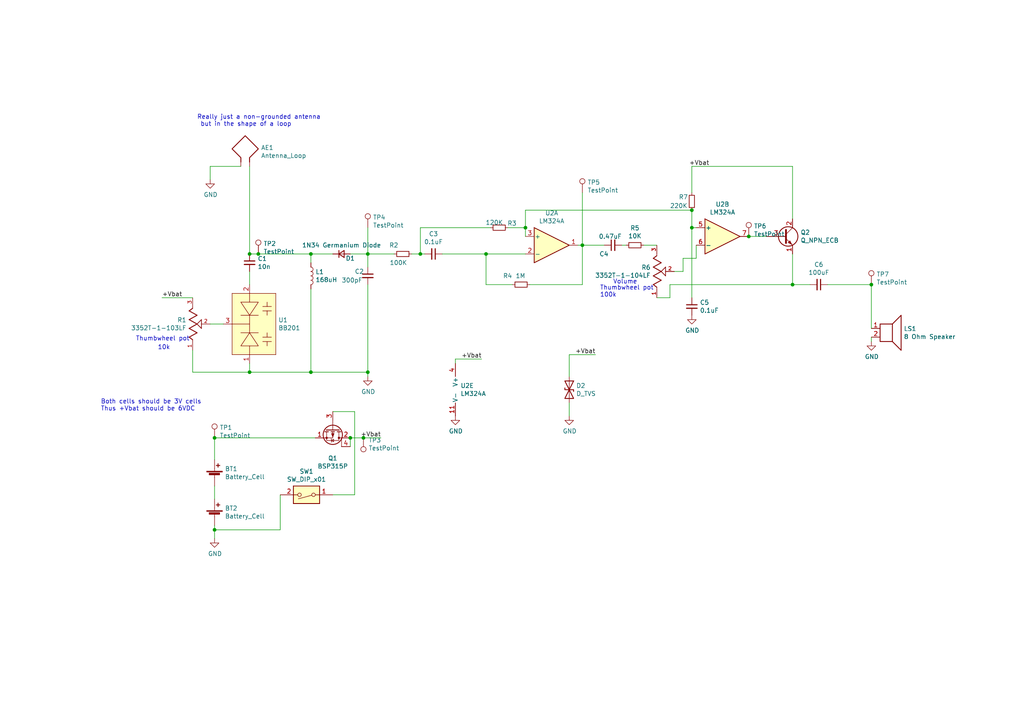
<source format=kicad_sch>
(kicad_sch (version 20211123) (generator eeschema)
  (paper "A4")
  (lib_symbols
    (symbol "3352T-1-103LF:3352T-1-103LF" (pin_names (offset 1.016) hide)
      (property "Reference" "R" (at -5.08 5.08 0))
      (property "Value" "3352T-1-103LF" (at -5.08 2.54 0))
      (symbol "3352T-1-103LF_0_0"
        (polyline (pts (xy -5.08 0) (xy -4.572 0)) (stroke (width 0.1524)))
        (polyline (pts (xy -4.572 0) (xy -3.81 1.016)) (stroke (width 0.254)))
        (polyline (pts (xy -3.81 1.016) (xy -2.54 -1.27)) (stroke (width 0.254)))
        (polyline (pts (xy -2.54 -1.27) (xy -1.27 1.016)) (stroke (width 0.254)))
        (polyline (pts (xy -1.27 -2.54) (xy 0 -1.27)) (stroke (width 0.2032)))
        (polyline (pts (xy -1.27 1.016) (xy 0 -1.27)) (stroke (width 0.254)))
        (polyline (pts (xy 0 -1.27) (xy 1.27 -2.54)) (stroke (width 0.2032)))
        (polyline (pts (xy 0 -1.27) (xy 1.27 1.016)) (stroke (width 0.254)))
        (polyline (pts (xy 1.27 -2.54) (xy -1.27 -2.54)) (stroke (width 0.2032)))
        (polyline (pts (xy 1.27 1.016) (xy 2.54 -1.27)) (stroke (width 0.254)))
        (polyline (pts (xy 2.54 -1.27) (xy 3.81 1.016)) (stroke (width 0.254)))
        (polyline (pts (xy 3.81 1.016) (xy 4.572 0)) (stroke (width 0.254)))
        (polyline (pts (xy 4.572 0) (xy 5.08 0)) (stroke (width 0.1524)))
        (pin passive line (at -7.62 0 0) (length 2.54) (name "~") (number "1"))
        (pin passive line (at 0 -5.08 90) (length 2.54) (name "~") (number "2"))
        (pin passive line (at 7.62 0 180) (length 2.54) (name "~") (number "3"))
      )
    )
    (symbol "Amplifier_Operational:LM324A" (pin_names (offset 0.127))
      (property "Reference" "U" (at 0 5.08 0))
      (property "Value" "LM324A" (at 0 -5.08 0))
      (symbol "LM324A_1_1"
        (polyline (pts (xy -5.08 5.08) (xy 5.08 0) (xy -5.08 -5.08) (xy -5.08 5.08)) (stroke (width 0.254)) (fill (type background)))
        (pin output line (at 7.62 0 180) (length 2.54) (name "~") (number "1"))
        (pin input line (at -7.62 -2.54 0) (length 2.54) (name "-") (number "2"))
        (pin input line (at -7.62 2.54 0) (length 2.54) (name "+") (number "3"))
      )
      (symbol "LM324A_2_1"
        (polyline (pts (xy -5.08 5.08) (xy 5.08 0) (xy -5.08 -5.08) (xy -5.08 5.08)) (stroke (width 0.254)) (fill (type background)))
        (pin input line (at -7.62 2.54 0) (length 2.54) (name "+") (number "5"))
        (pin input line (at -7.62 -2.54 0) (length 2.54) (name "-") (number "6"))
        (pin output line (at 7.62 0 180) (length 2.54) (name "~") (number "7"))
      )
      (symbol "LM324A_3_1"
        (polyline (pts (xy -5.08 5.08) (xy 5.08 0) (xy -5.08 -5.08) (xy -5.08 5.08)) (stroke (width 0.254)) (fill (type background)))
        (pin input line (at -7.62 2.54 0) (length 2.54) (name "+") (number "10"))
        (pin output line (at 7.62 0 180) (length 2.54) (name "~") (number "8"))
        (pin input line (at -7.62 -2.54 0) (length 2.54) (name "-") (number "9"))
      )
      (symbol "LM324A_4_1"
        (polyline (pts (xy -5.08 5.08) (xy 5.08 0) (xy -5.08 -5.08) (xy -5.08 5.08)) (stroke (width 0.254)) (fill (type background)))
        (pin input line (at -7.62 2.54 0) (length 2.54) (name "+") (number "12"))
        (pin input line (at -7.62 -2.54 0) (length 2.54) (name "-") (number "13"))
        (pin output line (at 7.62 0 180) (length 2.54) (name "~") (number "14"))
      )
      (symbol "LM324A_5_1"
        (pin power_in line (at -2.54 -7.62 90) (length 3.81) (name "V-") (number "11"))
        (pin power_in line (at -2.54 7.62 270) (length 3.81) (name "V+") (number "4"))
      )
    )
    (symbol "Connector:TestPoint" (pin_numbers hide) (pin_names (offset 0.762) hide)
      (property "Reference" "TP" (at 0 6.858 0))
      (property "Value" "TestPoint" (at 0 5.08 0))
      (symbol "TestPoint_0_1"
        (circle (center 0 3.302) (radius 0.762))
      )
      (symbol "TestPoint_1_1"
        (pin passive line (at 0 0 90) (length 2.54) (name "1") (number "1"))
      )
    )
    (symbol "Device:Antenna_Loop" (pin_numbers hide) (pin_names (offset 1.016) hide)
      (property "Reference" "AE" (at 1.27 6.35 0))
      (property "Value" "Antenna_Loop" (at 1.27 5.08 0))
      (symbol "Antenna_Loop_0_1"
        (polyline (pts (xy 2.54 -3.81) (xy 2.54 -2.54) (xy 5.08 0) (xy 1.27 3.81) (xy -2.54 0) (xy 0 -2.54) (xy 0 -3.81)) (stroke (width 0.254)))
      )
      (symbol "Antenna_Loop_1_1"
        (pin input line (at 0 -5.08 90) (length 2.54) (name "~") (number "1"))
        (pin input line (at 2.54 -5.08 90) (length 2.54) (name "~") (number "2"))
      )
    )
    (symbol "Device:Battery_Cell" (pin_numbers hide) (pin_names (offset 0) hide)
      (property "Reference" "BT" (at 2.54 2.54 0))
      (property "Value" "Battery_Cell" (at 2.54 0 0))
      (symbol "Battery_Cell_0_1"
        (rectangle (start -2.286 1.778) (end 2.286 1.524) (fill (type outline)))
        (rectangle (start -1.5748 1.1938) (end 1.4732 0.6858) (fill (type outline)))
        (polyline (pts (xy 0 0.762) (xy 0 0)))
        (polyline (pts (xy 0 1.778) (xy 0 2.54)))
        (polyline (pts (xy 0.508 3.429) (xy 1.524 3.429)) (stroke (width 0.254)))
        (polyline (pts (xy 1.016 3.937) (xy 1.016 2.921)) (stroke (width 0.254)))
      )
      (symbol "Battery_Cell_1_1"
        (pin passive line (at 0 5.08 270) (length 2.54) (name "+") (number "1"))
        (pin passive line (at 0 -2.54 90) (length 2.54) (name "-") (number "2"))
      )
    )
    (symbol "Device:C_Small" (pin_numbers hide) (pin_names (offset 0.254) hide)
      (property "Reference" "C" (at 0.254 1.778 0))
      (property "Value" "C_Small" (at 0.254 -2.032 0))
      (symbol "C_Small_0_1"
        (polyline (pts (xy -1.524 -0.508) (xy 1.524 -0.508)) (stroke (width 0.3302)))
        (polyline (pts (xy -1.524 0.508) (xy 1.524 0.508)) (stroke (width 0.3048)))
      )
      (symbol "C_Small_1_1"
        (pin passive line (at 0 2.54 270) (length 2.032) (name "~") (number "1"))
        (pin passive line (at 0 -2.54 90) (length 2.032) (name "~") (number "2"))
      )
    )
    (symbol "Device:D_Small" (pin_numbers hide) (pin_names (offset 0.254) hide)
      (property "Reference" "D" (at -1.27 2.032 0))
      (property "Value" "D_Small" (at -3.81 -2.032 0))
      (symbol "D_Small_0_1"
        (polyline (pts (xy -0.762 -1.016) (xy -0.762 1.016)) (stroke (width 0.254)))
        (polyline (pts (xy -0.762 0) (xy 0.762 0)))
        (polyline (pts (xy 0.762 -1.016) (xy -0.762 0) (xy 0.762 1.016) (xy 0.762 -1.016)) (stroke (width 0.254)))
      )
      (symbol "D_Small_1_1"
        (pin passive line (at -2.54 0 0) (length 1.778) (name "K") (number "1"))
        (pin passive line (at 2.54 0 180) (length 1.778) (name "A") (number "2"))
      )
    )
    (symbol "Device:D_TVS" (pin_numbers hide) (pin_names (offset 1.016) hide)
      (property "Reference" "D" (at 0 2.54 0))
      (property "Value" "D_TVS" (at 0 -2.54 0))
      (symbol "D_TVS_0_1"
        (polyline (pts (xy 1.27 0) (xy -1.27 0)))
        (polyline (pts (xy 0.508 1.27) (xy 0 1.27) (xy 0 -1.27) (xy -0.508 -1.27)) (stroke (width 0.254)))
        (polyline (pts (xy -2.54 1.27) (xy -2.54 -1.27) (xy 2.54 1.27) (xy 2.54 -1.27) (xy -2.54 1.27)) (stroke (width 0.254)))
      )
      (symbol "D_TVS_1_1"
        (pin passive line (at -3.81 0 0) (length 2.54) (name "A1") (number "1"))
        (pin passive line (at 3.81 0 180) (length 2.54) (name "A2") (number "2"))
      )
    )
    (symbol "Device:L" (pin_numbers hide) (pin_names (offset 1.016) hide)
      (property "Reference" "L" (at -1.27 0 90))
      (property "Value" "L" (at 1.905 0 90))
      (symbol "L_0_1"
        (arc (start 0 -2.54) (mid 0.635 -1.905) (end 0 -1.27))
        (arc (start 0 -1.27) (mid 0.635 -0.635) (end 0 0))
        (arc (start 0 0) (mid 0.635 0.635) (end 0 1.27))
        (arc (start 0 1.27) (mid 0.635 1.905) (end 0 2.54))
      )
      (symbol "L_1_1"
        (pin passive line (at 0 3.81 270) (length 1.27) (name "1") (number "1"))
        (pin passive line (at 0 -3.81 90) (length 1.27) (name "2") (number "2"))
      )
    )
    (symbol "Device:Q_NPN_ECB" (pin_names (offset 0) hide)
      (property "Reference" "Q" (at 5.08 1.27 0))
      (property "Value" "Q_NPN_ECB" (at 5.08 -1.27 0))
      (symbol "Q_NPN_ECB_0_1"
        (polyline (pts (xy 0.635 0.635) (xy 2.54 2.54)))
        (polyline (pts (xy 0.635 -0.635) (xy 2.54 -2.54) (xy 2.54 -2.54)))
        (polyline (pts (xy 0.635 1.905) (xy 0.635 -1.905) (xy 0.635 -1.905)) (stroke (width 0.508)))
        (polyline (pts (xy 1.27 -1.778) (xy 1.778 -1.27) (xy 2.286 -2.286) (xy 1.27 -1.778) (xy 1.27 -1.778)) (fill (type outline)))
        (circle (center 1.27 0) (radius 2.8194) (stroke (width 0.254)))
      )
      (symbol "Q_NPN_ECB_1_1"
        (pin passive line (at 2.54 -5.08 90) (length 2.54) (name "E") (number "1"))
        (pin passive line (at 2.54 5.08 270) (length 2.54) (name "C") (number "2"))
        (pin passive line (at -5.08 0 0) (length 5.715) (name "B") (number "3"))
      )
    )
    (symbol "Device:Q_PMOS_SDGD" (pin_names (offset 0) hide)
      (property "Reference" "Q" (at 5.08 1.27 0))
      (property "Value" "Q_PMOS_SDGD" (at 5.08 -1.27 0))
      (symbol "Q_PMOS_SDGD_0_1"
        (polyline (pts (xy 0.254 0) (xy -2.54 0)))
        (polyline (pts (xy 0.254 1.905) (xy 0.254 -1.905)) (stroke (width 0.254)))
        (polyline (pts (xy 0.762 -1.27) (xy 0.762 -2.286)) (stroke (width 0.254)))
        (polyline (pts (xy 0.762 0.508) (xy 0.762 -0.508)) (stroke (width 0.254)))
        (polyline (pts (xy 0.762 2.286) (xy 0.762 1.27)) (stroke (width 0.254)))
        (polyline (pts (xy 2.54 -2.54) (xy 2.54 0) (xy 0.762 0)))
        (polyline (pts (xy 5.08 2.54) (xy 2.54 2.54) (xy 2.54 1.778)))
        (polyline (pts (xy 0.762 1.778) (xy 3.302 1.778) (xy 3.302 -1.778) (xy 0.762 -1.778)))
        (polyline (pts (xy 2.286 0) (xy 1.27 0.381) (xy 1.27 -0.381) (xy 2.286 0)) (fill (type outline)))
        (polyline (pts (xy 2.794 -0.508) (xy 2.921 -0.381) (xy 3.683 -0.381) (xy 3.81 -0.254)))
        (polyline (pts (xy 3.302 -0.381) (xy 2.921 0.254) (xy 3.683 0.254) (xy 3.302 -0.381)))
        (circle (center 1.651 0) (radius 2.794) (stroke (width 0.254)))
        (circle (center 2.54 -1.778) (radius 0.254) (fill (type outline)))
        (circle (center 2.54 1.778) (radius 0.254) (fill (type outline)))
      )
      (symbol "Q_PMOS_SDGD_1_1"
        (pin passive line (at 2.54 -5.08 90) (length 2.54) (name "S") (number "1"))
        (pin passive line (at 2.54 5.08 270) (length 2.54) (name "D") (number "2"))
        (pin input line (at -5.08 0 0) (length 2.54) (name "G") (number "3"))
        (pin passive line (at 5.08 5.08 270) (length 2.54) (name "D") (number "4"))
      )
    )
    (symbol "Device:R_Small" (pin_numbers hide) (pin_names (offset 0.254) hide)
      (property "Reference" "R" (at 0.762 0.508 0))
      (property "Value" "R_Small" (at 0.762 -1.016 0))
      (symbol "R_Small_0_1"
        (rectangle (start -0.762 1.778) (end 0.762 -1.778) (stroke (width 0.2032)))
      )
      (symbol "R_Small_1_1"
        (pin passive line (at 0 2.54 270) (length 0.762) (name "~") (number "1"))
        (pin passive line (at 0 -2.54 90) (length 0.762) (name "~") (number "2"))
      )
    )
    (symbol "Device:Speaker" (pin_names (offset 0) hide)
      (property "Reference" "LS" (at 1.27 5.715 0))
      (property "Value" "Speaker" (at 1.27 3.81 0))
      (symbol "Speaker_0_0"
        (rectangle (start -2.54 1.27) (end 1.016 -3.81) (stroke (width 0.254)))
        (polyline (pts (xy 1.016 1.27) (xy 3.556 3.81) (xy 3.556 -6.35) (xy 1.016 -3.81)) (stroke (width 0.254)))
      )
      (symbol "Speaker_1_1"
        (pin input line (at -5.08 0 0) (length 2.54) (name "1") (number "1"))
        (pin input line (at -5.08 -2.54 0) (length 2.54) (name "2") (number "2"))
      )
    )
    (symbol "Switch:SW_DIP_x01" (pin_names (offset 0) hide)
      (property "Reference" "SW" (at 0 3.81 0))
      (property "Value" "SW_DIP_x01" (at 0 -3.81 0))
      (symbol "SW_DIP_x01_0_0"
        (circle (center -2.032 0) (radius 0.508))
        (polyline (pts (xy -1.524 0.127) (xy 2.3622 1.1684)))
        (circle (center 2.032 0) (radius 0.508))
      )
      (symbol "SW_DIP_x01_0_1"
        (rectangle (start -3.81 2.54) (end 3.81 -2.54) (stroke (width 0.254)) (fill (type background)))
      )
      (symbol "SW_DIP_x01_1_1"
        (pin passive line (at -7.62 0 0) (length 5.08) (name "~") (number "1"))
        (pin passive line (at 7.62 0 180) (length 5.08) (name "~") (number "2"))
      )
    )
    (symbol "WalletRadioLib:BB201" (pin_names (offset 1.016))
      (property "Reference" "U" (at 5.08 -10.16 0))
      (property "Value" "BB201" (at 5.08 10.16 0))
      (symbol "BB201_0_1"
        (rectangle (start -5.08 8.89) (end 7.62 -8.89) (fill (type background)))
        (polyline (pts (xy -2.54 -2.54) (xy 2.54 -2.54)))
        (polyline (pts (xy -2.54 2.54) (xy 2.54 2.54)))
        (polyline (pts (xy 0 -6.35) (xy 0 -8.89)))
        (polyline (pts (xy 0 0) (xy -5.08 0)))
        (polyline (pts (xy 0 2.54) (xy 0 -2.54)))
        (polyline (pts (xy 0 6.35) (xy 0 8.89)))
        (polyline (pts (xy 3.81 5.08) (xy 5.08 5.08)))
        (polyline (pts (xy 5.08 3.81) (xy 3.81 3.81)))
        (polyline (pts (xy 5.08 3.81) (xy 5.08 2.54)))
        (polyline (pts (xy 5.08 3.81) (xy 6.35 3.81)))
        (polyline (pts (xy 5.08 6.35) (xy 5.08 5.08) (xy 6.35 5.08)))
        (polyline (pts (xy -2.54 6.35) (xy 2.54 6.35) (xy 0 2.54) (xy -2.54 6.35)))
        (polyline (pts (xy 0 -2.54) (xy -2.54 -6.35) (xy 2.54 -6.35) (xy 0 -2.54)))
        (polyline (pts (xy 5.08 -6.35) (xy 5.08 -5.08) (xy 3.81 -5.08) (xy 6.35 -5.08) (xy 5.08 -5.08)))
        (polyline (pts (xy 5.08 -3.81) (xy 3.81 -3.81) (xy 6.35 -3.81) (xy 5.08 -3.81) (xy 5.08 -2.54)))
      )
      (symbol "BB201_1_1"
        (pin bidirectional line (at 0 -11.43 90) (length 2.54) (name "~") (number "1"))
        (pin bidirectional line (at 0 11.43 270) (length 2.54) (name "~") (number "2"))
        (pin input line (at -7.62 0 0) (length 2.54) (name "~") (number "3"))
      )
    )
    (symbol "power:GND" (power) (pin_names (offset 0))
      (property "Value" "GND" (at 0 -3.81 0))
      (symbol "GND_0_1"
        (polyline (pts (xy 0 0) (xy 0 -1.27) (xy 1.27 -1.27) (xy 0 -2.54) (xy -1.27 -1.27) (xy 0 -1.27)))
      )
      (symbol "GND_1_1"
        (pin power_in line (at 0 0 270) (length 0) hide (name "GND") (number "1"))
      )
    )
  )
  (junction (at 152.4 66.04))
  (junction (at 200.66 66.04))
  (junction (at 229.87 82.55))
  (junction (at 252.73 82.55))
  (junction (at 106.68 73.66))
  (junction (at 62.23 127))
  (junction (at 72.39 107.95))
  (junction (at 101.6 127))
  (junction (at 62.23 153.67))
  (junction (at 72.39 73.66))
  (junction (at 90.17 107.95))
  (junction (at 217.17 68.58))
  (junction (at 168.91 71.12))
  (junction (at 105.41 127))
  (junction (at 140.97 73.66))
  (junction (at 121.92 73.66))
  (junction (at 106.68 107.95))
  (junction (at 74.93 73.66))
  (junction (at 200.66 60.96))
  (junction (at 90.17 73.66))
  (wire (pts (xy 55.88 107.95) (xy 72.39 107.95)))
  (wire (pts (xy 72.39 48.26) (xy 72.39 73.66)))
  (wire (pts (xy 168.91 82.55) (xy 168.91 71.12)))
  (wire (pts (xy 200.66 48.26) (xy 229.87 48.26)))
  (wire (pts (xy 252.73 82.55) (xy 252.73 95.25)))
  (wire (pts (xy 105.41 127) (xy 110.49 127)))
  (wire (pts (xy 72.39 78.74) (xy 72.39 82.55)))
  (wire (pts (xy 190.5 86.36) (xy 194.31 86.36)))
  (wire (pts (xy 240.03 82.55) (xy 252.73 82.55)))
  (wire (pts (xy 222.25 68.58) (xy 217.17 68.58)))
  (wire (pts (xy 81.28 153.67) (xy 81.28 143.51)))
  (wire (pts (xy 121.92 73.66) (xy 123.19 73.66)))
  (wire (pts (xy 198.12 74.93) (xy 201.93 74.93)))
  (wire (pts (xy 121.92 66.04) (xy 121.92 73.66)))
  (wire (pts (xy 165.1 109.22) (xy 165.1 102.87)))
  (wire (pts (xy 140.97 73.66) (xy 152.4 73.66)))
  (wire (pts (xy 198.12 74.93) (xy 198.12 78.74)))
  (wire (pts (xy 106.68 73.66) (xy 101.6 73.66)))
  (wire (pts (xy 102.87 119.38) (xy 102.87 143.51)))
  (wire (pts (xy 55.88 101.6) (xy 55.88 107.95)))
  (wire (pts (xy 198.12 78.74) (xy 195.58 78.74)))
  (wire (pts (xy 60.96 93.98) (xy 64.77 93.98)))
  (wire (pts (xy 72.39 107.95) (xy 90.17 107.95)))
  (wire (pts (xy 62.23 140.97) (xy 62.23 144.78)))
  (wire (pts (xy 114.3 73.66) (xy 106.68 73.66)))
  (wire (pts (xy 200.66 48.26) (xy 200.66 55.88)))
  (wire (pts (xy 153.67 82.55) (xy 168.91 82.55)))
  (wire (pts (xy 106.68 82.55) (xy 106.68 107.95)))
  (wire (pts (xy 62.23 153.67) (xy 62.23 156.21)))
  (wire (pts (xy 200.66 66.04) (xy 201.93 66.04)))
  (wire (pts (xy 234.95 82.55) (xy 229.87 82.55)))
  (wire (pts (xy 119.38 73.66) (xy 121.92 73.66)))
  (wire (pts (xy 102.87 119.38) (xy 96.52 119.38)))
  (wire (pts (xy 194.31 86.36) (xy 194.31 82.55)))
  (wire (pts (xy 194.31 82.55) (xy 229.87 82.55)))
  (wire (pts (xy 62.23 152.4) (xy 62.23 153.67)))
  (wire (pts (xy 102.87 143.51) (xy 96.52 143.51)))
  (wire (pts (xy 128.27 73.66) (xy 140.97 73.66)))
  (wire (pts (xy 140.97 82.55) (xy 140.97 73.66)))
  (wire (pts (xy 74.93 73.66) (xy 90.17 73.66)))
  (wire (pts (xy 62.23 133.35) (xy 62.23 127)))
  (wire (pts (xy 165.1 116.84) (xy 165.1 120.65)))
  (wire (pts (xy 106.68 107.95) (xy 90.17 107.95)))
  (wire (pts (xy 62.23 153.67) (xy 81.28 153.67)))
  (wire (pts (xy 252.73 97.79) (xy 252.73 99.06)))
  (wire (pts (xy 96.52 73.66) (xy 90.17 73.66)))
  (wire (pts (xy 72.39 73.66) (xy 74.93 73.66)))
  (wire (pts (xy 180.34 71.12) (xy 181.61 71.12)))
  (wire (pts (xy 201.93 74.93) (xy 201.93 71.12)))
  (wire (pts (xy 60.96 48.26) (xy 60.96 52.07)))
  (wire (pts (xy 101.6 129.54) (xy 101.6 127)))
  (wire (pts (xy 132.08 105.41) (xy 132.08 104.14)))
  (wire (pts (xy 69.85 48.26) (xy 60.96 48.26)))
  (wire (pts (xy 106.68 66.04) (xy 106.68 73.66)))
  (wire (pts (xy 200.66 86.36) (xy 200.66 66.04)))
  (wire (pts (xy 152.4 60.96) (xy 200.66 60.96)))
  (wire (pts (xy 168.91 55.88) (xy 168.91 71.12)))
  (wire (pts (xy 62.23 127) (xy 91.44 127)))
  (wire (pts (xy 101.6 127) (xy 105.41 127)))
  (wire (pts (xy 147.32 66.04) (xy 152.4 66.04)))
  (wire (pts (xy 229.87 48.26) (xy 229.87 63.5)))
  (wire (pts (xy 168.91 71.12) (xy 175.26 71.12)))
  (wire (pts (xy 132.08 104.14) (xy 139.7 104.14)))
  (wire (pts (xy 148.59 82.55) (xy 140.97 82.55)))
  (wire (pts (xy 46.99 86.36) (xy 55.88 86.36)))
  (wire (pts (xy 200.66 60.96) (xy 200.66 66.04)))
  (wire (pts (xy 152.4 66.04) (xy 152.4 68.58)))
  (wire (pts (xy 229.87 73.66) (xy 229.87 82.55)))
  (wire (pts (xy 72.39 105.41) (xy 72.39 107.95)))
  (wire (pts (xy 190.5 71.12) (xy 186.69 71.12)))
  (wire (pts (xy 90.17 107.95) (xy 90.17 83.82)))
  (wire (pts (xy 106.68 107.95) (xy 106.68 109.22)))
  (wire (pts (xy 152.4 60.96) (xy 152.4 66.04)))
  (wire (pts (xy 165.1 102.87) (xy 172.72 102.87)))
  (wire (pts (xy 167.64 71.12) (xy 168.91 71.12)))
  (wire (pts (xy 106.68 77.47) (xy 106.68 73.66)))
  (wire (pts (xy 90.17 76.2) (xy 90.17 73.66)))
  (wire (pts (xy 142.24 66.04) (xy 121.92 66.04)))
  (text "Both cells should be 3V cells\nThus +Vbat should be 6VDC" (at 29.21 119.38 0) (effects (font (size 1.27 1.27)) (justify left bottom)))
  (text "Thumbwheel pot" (at 39.37 99.06 0) (effects (font (size 1.27 1.27)) (justify left bottom)))
  (text "Volume" (at 177.8 82.55 0) (effects (font (size 1.27 1.27)) (justify left bottom)))
  (text "10k\n" (at 45.72 101.6 0) (effects (font (size 1.27 1.27)) (justify left bottom)))
  (text "Really just a non-grounded antenna\n but in the shape of a loop\n" (at 57.15 36.83 0) (effects (font (size 1.27 1.27)) (justify left bottom)))
  (text "Thumbwheel pot\n100k" (at 173.99 86.36 0) (effects (font (size 1.27 1.27)) (justify left bottom)))
  (label "+Vbat" (at 205.74 48.26 180))
  (label "+Vbat" (at 139.7 104.14 180))
  (label "+Vbat" (at 110.49 127 180))
  (label "+Vbat" (at 172.72 102.87 180))
  (label "+Vbat" (at 46.99 86.36 0))
  (symbol (lib_id "Device:Antenna_Loop") (at 69.85 43.18 0) (unit 1)
    (property "Reference" "AE1" (at 75.692 42.8244 0) (effects (justify left)))
    (property "Value" "Antenna_Loop" (at 75.692 45.1358 0) (effects (justify left)))
    (property "Footprint" "WalletRadio:Loop_Antenna" (effects hide))
  )
  (symbol (lib_id "Device:L") (at 90.17 80.01 0) (unit 1)
    (property "Reference" "L1" (at 91.4908 78.8416 0) (effects (justify left)))
    (property "Value" "168uH" (at 91.4908 81.153 0) (effects (justify left)))
    (property "Footprint" "WalletRadio:PE-53828NL" (effects hide))
    (property "Datasheet" "https://www.digikey.com/en/products/detail/pulse-electronics-power/PE-53828NL/2265960" (effects hide))
  )
  (symbol (lib_id "power:GND") (at 106.68 109.22 0) (unit 1)
    (property "Reference" "#PWR03" (effects hide))
    (property "Value" "GND" (at 106.807 113.6142 0))
  )
  (symbol (lib_id "power:GND") (at 60.96 52.07 0) (unit 1)
    (property "Reference" "#PWR01" (effects hide))
    (property "Value" "GND" (at 61.087 56.4642 0))
  )
  (symbol (lib_id "Device:D_Small") (at 99.06 73.66 0) (unit 1)
    (property "Reference" "D1" (at 101.6 74.93 0))
    (property "Value" "1N34 Germanium Diode" (at 99.06 71.12 0))
    (property "Footprint" "Package_TO_SOT_SMD:SOT-323_SC-70_Handsoldering" (effects hide))
    (property "Datasheet" "https://www.onsemi.com/pub/Collateral/MMBD330T1-D.PDF" (effects hide))
  )
  (symbol (lib_id "Device:C_Small") (at 106.68 80.01 0) (unit 1)
    (property "Reference" "C2" (at 102.87 78.74 0) (effects (justify left)))
    (property "Value" "300pF" (at 99.06 81.28 0) (effects (justify left)))
    (property "Footprint" "Capacitor_SMD:C_0603_1608Metric_Pad1.05x0.95mm_HandSolder" (effects hide))
  )
  (symbol (lib_id "Device:R_Small") (at 151.13 82.55 90) (unit 1)
    (property "Reference" "R4" (at 148.59 80.01 90) (effects (justify left)))
    (property "Value" "1M" (at 152.4 80.01 90) (effects (justify left)))
    (property "Footprint" "Resistor_SMD:R_0603_1608Metric_Pad1.05x0.95mm_HandSolder" (effects hide))
  )
  (symbol (lib_id "Device:C_Small") (at 125.73 73.66 270) (unit 1)
    (property "Reference" "C3" (at 125.73 67.8434 90))
    (property "Value" "0.1uF" (at 125.73 70.1548 90))
    (property "Footprint" "Capacitor_SMD:C_0603_1608Metric_Pad1.05x0.95mm_HandSolder" (effects hide))
  )
  (symbol (lib_id "Device:R_Small") (at 200.66 58.42 0) (unit 1)
    (property "Reference" "R7" (at 196.85 57.15 0) (effects (justify left)))
    (property "Value" "220K" (at 194.31 59.69 0) (effects (justify left)))
    (property "Footprint" "Resistor_SMD:R_0603_1608Metric_Pad1.05x0.95mm_HandSolder" (effects hide))
  )
  (symbol (lib_id "Device:R_Small") (at 144.78 66.04 90) (unit 1)
    (property "Reference" "R3" (at 149.86 64.77 90) (effects (justify left)))
    (property "Value" "120K" (at 145.923 64.5414 90) (effects (justify left)))
    (property "Footprint" "Resistor_SMD:R_0603_1608Metric_Pad1.05x0.95mm_HandSolder" (effects hide))
  )
  (symbol (lib_id "Device:R_Small") (at 184.15 71.12 270) (unit 1)
    (property "Reference" "R5" (at 184.15 66.1416 90))
    (property "Value" "10K" (at 184.15 68.453 90))
    (property "Footprint" "Resistor_SMD:R_0603_1608Metric_Pad1.05x0.95mm_HandSolder" (effects hide))
  )
  (symbol (lib_id "Amplifier_Operational:LM324A") (at 160.02 71.12 0) (unit 1)
    (property "Reference" "U2" (at 160.02 61.7982 0))
    (property "Value" "LM324A" (at 160.02 64.1096 0))
    (property "Footprint" "Package_SO:SOIC-14_3.9x8.7mm_P1.27mm" (effects hide))
    (property "Datasheet" "http://www.ti.com/lit/ds/symlink/lm2902-n.pdf" (effects hide))
  )
  (symbol (lib_id "Amplifier_Operational:LM324A") (at 134.62 113.03 0) (unit 5)
    (property "Reference" "U2" (at 133.5532 111.8616 0) (effects (justify left)))
    (property "Value" "LM324A" (at 133.5532 114.173 0) (effects (justify left)))
    (property "Footprint" "Package_SO:SOIC-14_3.9x8.7mm_P1.27mm" (effects hide))
    (property "Datasheet" "http://www.ti.com/lit/ds/symlink/lm2902-n.pdf" (effects hide))
  )
  (symbol (lib_id "Switch:SW_DIP_x01") (at 88.9 143.51 180) (unit 1)
    (property "Reference" "SW1" (at 88.9 136.7282 0))
    (property "Value" "SW_DIP_x01" (at 88.9 139.0396 0))
    (property "Footprint" "WalletRadio:CUS-12TB_Switch" (effects hide))
    (property "Datasheet" "https://www.digikey.com/product-detail/en/nidec-copal-electronics/CUS-12TB/563-1102-1-ND/1124231" (effects hide))
  )
  (symbol (lib_id "Amplifier_Operational:LM324A") (at 209.55 68.58 0) (unit 2)
    (property "Reference" "U2" (at 209.55 59.2582 0))
    (property "Value" "LM324A" (at 209.55 61.5696 0))
    (property "Footprint" "Package_SO:SOIC-14_3.9x8.7mm_P1.27mm" (effects hide))
    (property "Datasheet" "http://www.ti.com/lit/ds/symlink/lm2902-n.pdf" (effects hide))
  )
  (symbol (lib_id "power:GND") (at 132.08 120.65 0) (unit 1)
    (property "Reference" "#PWR04" (effects hide))
    (property "Value" "GND" (at 132.207 125.0442 0))
  )
  (symbol (lib_id "Device:R_Small") (at 116.84 73.66 90) (unit 1)
    (property "Reference" "R2" (at 115.57 71.12 90) (effects (justify left)))
    (property "Value" "100K" (at 118.11 76.2 90) (effects (justify left)))
    (property "Footprint" "Resistor_SMD:R_0603_1608Metric_Pad1.05x0.95mm_HandSolder" (effects hide))
  )
  (symbol (lib_id "Device:C_Small") (at 237.49 82.55 270) (unit 1)
    (property "Reference" "C6" (at 237.49 76.7334 90))
    (property "Value" "100uF" (at 237.49 79.0448 90))
    (property "Footprint" "Resistor_SMD:R_0603_1608Metric_Pad1.05x0.95mm_HandSolder" (effects hide))
  )
  (symbol (lib_id "power:GND") (at 252.73 99.06 0) (unit 1)
    (property "Reference" "#PWR07" (effects hide))
    (property "Value" "GND" (at 252.857 103.4542 0))
  )
  (symbol (lib_id "Device:D_TVS") (at 165.1 113.03 270) (unit 1)
    (property "Reference" "D2" (at 167.1066 111.8616 90) (effects (justify left)))
    (property "Value" "D_TVS" (at 167.1066 114.173 90) (effects (justify left)))
    (property "Footprint" "WalletRadio:5.0SMDJ9.0CA" (effects hide))
    (property "Datasheet" "~https://www.bourns.com/docs/product-datasheets/5-0smdj.pdf" (effects hide))
  )
  (symbol (lib_id "power:GND") (at 165.1 120.65 0) (unit 1)
    (property "Reference" "#PWR05" (effects hide))
    (property "Value" "GND" (at 165.227 125.0442 0))
  )
  (symbol (lib_id "Device:Speaker") (at 257.81 95.25 0) (unit 1)
    (property "Reference" "LS1" (at 262.128 95.3516 0) (effects (justify left)))
    (property "Value" "8 Ohm Speaker" (at 262.128 97.663 0) (effects (justify left)))
    (property "Footprint" "WalletRadio:Wall" (effects hide))
    (property "Datasheet" "https://www.digikey.com/products/en?keywords=SP-1511S-1" (effects hide))
  )
  (symbol (lib_id "Device:Battery_Cell") (at 62.23 149.86 0) (unit 1)
    (property "Reference" "BT2" (at 65.2272 147.4216 0) (effects (justify left)))
    (property "Value" "Battery_Cell" (at 65.2272 149.733 0) (effects (justify left)))
    (property "Footprint" "WalletRadio:20mmCoinCell" (effects hide))
    (property "Datasheet" "https://www.digikey.com/product-detail/en/mpd-memory-protection-devices/BU2032SM-JJ-GTR/BU2032SM-JJ-GCT-ND/1824905" (effects hide))
  )
  (symbol (lib_id "Device:Battery_Cell") (at 62.23 138.43 0) (unit 1)
    (property "Reference" "BT1" (at 65.2272 135.9916 0) (effects (justify left)))
    (property "Value" "Battery_Cell" (at 65.2272 138.303 0) (effects (justify left)))
    (property "Footprint" "WalletRadio:20mmCoinCell" (effects hide))
    (property "Datasheet" "https://www.digikey.com/product-detail/en/mpd-memory-protection-devices/BU2032SM-JJ-GTR/BU2032SM-JJ-GCT-ND/1824905" (effects hide))
  )
  (symbol (lib_id "power:GND") (at 62.23 156.21 0) (unit 1)
    (property "Reference" "#PWR02" (effects hide))
    (property "Value" "GND" (at 62.357 160.6042 0))
  )
  (symbol (lib_id "Device:Q_NPN_ECB") (at 227.33 68.58 0) (unit 1)
    (property "Reference" "Q2" (at 232.1814 67.4116 0) (effects (justify left)))
    (property "Value" "Q_NPN_ECB" (at 232.1814 69.723 0) (effects (justify left)))
    (property "Footprint" "Package_TO_SOT_SMD:SOT-89-3_Handsoldering" (effects hide))
    (property "Datasheet" "https://assets.nexperia.com/documents/data-sheet/PBSS4350X.pdf" (effects hide))
  )
  (symbol (lib_id "Device:C_Small") (at 177.8 71.12 90) (unit 1)
    (property "Reference" "C4" (at 176.53 73.66 90) (effects (justify left)))
    (property "Value" "0.47uF" (at 180.34 68.58 90) (effects (justify left)))
    (property "Footprint" "Capacitor_SMD:C_0603_1608Metric_Pad1.05x0.95mm_HandSolder" (effects hide))
  )
  (symbol (lib_id "Connector:TestPoint") (at 62.23 127 0) (unit 1)
    (property "Reference" "TP1" (at 63.7032 124.0028 0) (effects (justify left)))
    (property "Value" "TestPoint" (at 63.7032 126.3142 0) (effects (justify left)))
    (property "Footprint" "TestPoint:TestPoint_Pad_1.5x1.5mm" (effects hide))
  )
  (symbol (lib_id "Connector:TestPoint") (at 74.93 73.66 0) (unit 1)
    (property "Reference" "TP2" (at 76.4032 70.6628 0) (effects (justify left)))
    (property "Value" "TestPoint" (at 76.4032 72.9742 0) (effects (justify left)))
    (property "Footprint" "TestPoint:TestPoint_Pad_1.5x1.5mm" (effects hide))
  )
  (symbol (lib_id "Connector:TestPoint") (at 252.73 82.55 0) (unit 1)
    (property "Reference" "TP7" (at 254.2032 79.5528 0) (effects (justify left)))
    (property "Value" "TestPoint" (at 254.2032 81.8642 0) (effects (justify left)))
    (property "Footprint" "TestPoint:TestPoint_Pad_1.5x1.5mm" (effects hide))
  )
  (symbol (lib_id "Connector:TestPoint") (at 106.68 66.04 0) (unit 1)
    (property "Reference" "TP4" (at 108.1532 63.0428 0) (effects (justify left)))
    (property "Value" "TestPoint" (at 108.1532 65.3542 0) (effects (justify left)))
    (property "Footprint" "TestPoint:TestPoint_Pad_1.5x1.5mm" (effects hide))
  )
  (symbol (lib_id "Connector:TestPoint") (at 168.91 55.88 0) (unit 1)
    (property "Reference" "TP5" (at 170.3832 52.8828 0) (effects (justify left)))
    (property "Value" "TestPoint" (at 170.3832 55.1942 0) (effects (justify left)))
    (property "Footprint" "TestPoint:TestPoint_Pad_1.5x1.5mm" (effects hide))
  )
  (symbol (lib_id "Connector:TestPoint") (at 217.17 68.58 0) (unit 1)
    (property "Reference" "TP6" (at 218.6432 65.5828 0) (effects (justify left)))
    (property "Value" "TestPoint" (at 218.6432 67.8942 0) (effects (justify left)))
    (property "Footprint" "TestPoint:TestPoint_Pad_1.5x1.5mm" (effects hide))
  )
  (symbol (lib_id "Connector:TestPoint") (at 105.41 127 180) (unit 1)
    (property "Reference" "TP3" (at 106.8832 127.6604 0) (effects (justify right)))
    (property "Value" "TestPoint" (at 106.8832 129.9718 0) (effects (justify right)))
    (property "Footprint" "TestPoint:TestPoint_Pad_1.5x1.5mm" (effects hide))
  )
  (symbol (lib_id "Device:C_Small") (at 200.66 88.9 0) (unit 1)
    (property "Reference" "C5" (at 202.9968 87.7316 0) (effects (justify left)))
    (property "Value" "0.1uF" (at 202.9968 90.043 0) (effects (justify left)))
    (property "Footprint" "Capacitor_SMD:C_0603_1608Metric_Pad1.05x0.95mm_HandSolder" (effects hide))
  )
  (symbol (lib_id "power:GND") (at 200.66 91.44 0) (unit 1)
    (property "Reference" "#PWR06" (effects hide))
    (property "Value" "GND" (at 200.787 95.8342 0))
  )
  (symbol (lib_id "Device:C_Small") (at 72.39 76.2 0) (unit 1)
    (property "Reference" "C1" (at 74.7268 75.0316 0) (effects (justify left)))
    (property "Value" "10n" (at 74.7268 77.343 0) (effects (justify left)))
    (property "Footprint" "Capacitor_SMD:C_0603_1608Metric_Pad1.08x0.95mm_HandSolder" (effects hide))
  )
  (symbol (lib_id "WalletRadioLib:BB201") (at 72.39 93.98 0) (unit 1)
    (property "Reference" "U1" (at 80.7212 92.8116 0) (effects (justify left)))
    (property "Value" "BB201" (at 80.7212 95.123 0) (effects (justify left)))
    (property "Footprint" "Package_TO_SOT_SMD:SOT-23_Handsoldering" (effects hide))
    (property "Datasheet" "https://www.nxp.com/docs/en/data-sheet/BB201.pdf" (effects hide))
  )
  (symbol (lib_id "Device:Q_PMOS_SDGD") (at 96.52 124.46 270) (unit 1)
    (property "Reference" "Q1" (at 96.52 132.9182 90))
    (property "Value" "BSP315P" (at 96.52 135.2296 90))
    (property "Footprint" "Package_TO_SOT_SMD:SOT-223" (effects hide))
    (property "Datasheet" "https://www.infineon.com/dgdl/Infineon-BSP315P-DS-v01_07-en.pdf?fileId=db3a30433b47825b013b6015cc1558b9" (effects hide))
  )
  (symbol (lib_id "3352T-1-103LF:3352T-1-103LF") (at 55.88 93.98 90) (unit 1)
    (property "Reference" "R1" (at 54.102 92.8116 90) (effects (justify left)))
    (property "Value" "3352T-1-103LF" (at 54.102 95.123 90) (effects (justify left)))
    (property "Footprint" "WalletRadio:TRIM_3352T-1-103LF" (effects hide))
    (property "MAXIMUM_PACKAGE_HEIGHT" "4.32 mm" (effects hide))
    (property "STANDARD" "IPC-7351B" (effects hide))
    (property "PARTREV" "08/19" (effects hide))
    (property "MANUFACTURER" "Bourns" (effects hide))
  )
  (symbol (lib_id "3352T-1-103LF:3352T-1-103LF") (at 190.5 78.74 90) (unit 1)
    (property "Reference" "R6" (at 188.722 77.5716 90) (effects (justify left)))
    (property "Value" "3352T-1-104LF" (at 188.722 79.883 90) (effects (justify left)))
    (property "Footprint" "WalletRadio:TRIM_3352T-1-103LF" (effects hide))
    (property "MAXIMUM_PACKAGE_HEIGHT" "4.32 mm" (effects hide))
    (property "STANDARD" "IPC-7351B" (effects hide))
    (property "PARTREV" "08/19" (effects hide))
    (property "MANUFACTURER" "Bourns" (effects hide))
  )
)
</source>
